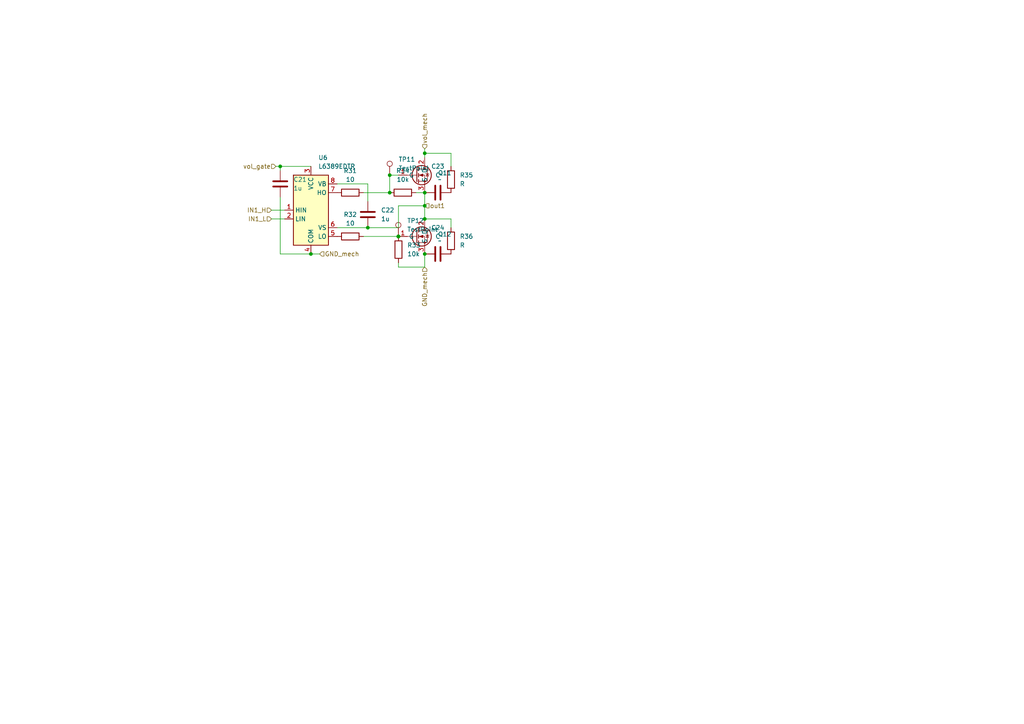
<source format=kicad_sch>
(kicad_sch (version 20250114) (generator "eeschema") (generator_version "9.0")
  (paper "A4")
  (lib_symbols
    (symbol "Connector:TestPoint" (pin_numbers (hide yes)) (pin_names (offset 0.762) (hide yes))
      (property "Reference" "TP" (at 0 6.858 0))
      (property "Value" "TestPoint" (at 0 5.08 0))
      (symbol "TestPoint_0_1"
        (circle (center 0 3.302) (radius 0.762))
      )
      (symbol "TestPoint_1_1"
        (pin passive line (at 0 0 90) (length 2.54) (name "1") (number "1"))
      )
    )
    (symbol "Device:C" (pin_numbers (hide yes)) (pin_names (offset 0.254))
      (property "Reference" "C" (at 0.635 2.54 0))
      (property "Value" "C" (at 0.635 -2.54 0))
      (symbol "C_0_1"
        (polyline (pts (xy -2.032 0.762) (xy 2.032 0.762)) (stroke (width 0.508)))
        (polyline (pts (xy -2.032 -0.762) (xy 2.032 -0.762)) (stroke (width 0.508)))
      )
      (symbol "C_1_1"
        (pin passive line (at 0 3.81 270) (length 2.794) (name "~") (number "1"))
        (pin passive line (at 0 -3.81 90) (length 2.794) (name "~") (number "2"))
      )
    )
    (symbol "Device:R" (pin_numbers (hide yes)) (pin_names (offset 0))
      (property "Reference" "R" (at 2.032 0 90))
      (property "Value" "R" (at 0 0 90))
      (symbol "R_0_1"
        (rectangle (start -1.016 -2.54) (end 1.016 2.54) (stroke (width 0.254)))
      )
      (symbol "R_1_1"
        (pin passive line (at 0 3.81 270) (length 1.27) (name "~") (number "1"))
        (pin passive line (at 0 -3.81 90) (length 1.27) (name "~") (number "2"))
      )
    )
    (symbol "jisaku:L6389EDTR"
      (property "Reference" "U" (at 1.27 13.335 0))
      (property "Value" "L6389EDTR" (at 1.27 11.43 0))
      (symbol "L6389EDTR_0_1"
        (rectangle (start -5.08 -10.16) (end 5.08 10.16) (stroke (width 0.254)) (fill (type background)))
      )
      (symbol "L6389EDTR_1_1"
        (pin input line (at -7.62 0 0) (length 2.54) (name "HIN") (number "1"))
        (pin input line (at -7.62 -2.54 0) (length 2.54) (name "LIN") (number "2"))
        (pin power_in line (at 0 12.7 270) (length 2.54) (name "VCC") (number "3"))
        (pin power_in line (at 0 -12.7 90) (length 2.54) (name "COM") (number "4"))
        (pin passive line (at 7.62 7.62 180) (length 2.54) (name "VB") (number "8"))
        (pin output line (at 7.62 5.08 180) (length 2.54) (name "HO") (number "7"))
        (pin passive line (at 7.62 -5.08 180) (length 2.54) (name "VS") (number "6"))
        (pin output line (at 7.62 -7.62 180) (length 2.54) (name "LO") (number "5"))
      )
    )
    (symbol "jisaku:RD3L07BBG"
      (property "Reference" "Q" (at 6.35 1.016 0))
      (symbol "RD3L07BBG_0_1"
        (polyline (pts (xy -1.016 1.905) (xy -1.016 -1.905)) (stroke (width 0.254)))
        (polyline (pts (xy -1.016 0) (xy -3.81 0)))
        (polyline (pts (xy -0.508 2.286) (xy -0.508 1.27)) (stroke (width 0.254)))
        (polyline (pts (xy -0.508 0.508) (xy -0.508 -0.508)) (stroke (width 0.254)))
        (polyline (pts (xy -0.508 -1.27) (xy -0.508 -2.286)) (stroke (width 0.254)))
        (polyline (pts (xy -0.508 -1.778) (xy 2.032 -1.778) (xy 2.032 1.778) (xy -0.508 1.778)))
        (polyline (pts (xy -0.254 0) (xy 0.762 0.381) (xy 0.762 -0.381) (xy -0.254 0)) (fill (type outline)))
        (circle (center 0.381 0) (radius 2.794) (stroke (width 0.254)))
        (polyline (pts (xy 1.27 2.54) (xy 1.27 1.778)))
        (circle (center 1.27 1.778) (radius 0.254) (fill (type outline)))
        (circle (center 1.27 -1.778) (radius 0.254) (fill (type outline)))
        (polyline (pts (xy 1.27 -2.54) (xy 1.27 0) (xy -0.508 0)))
        (polyline (pts (xy 1.524 0.508) (xy 1.651 0.381) (xy 2.413 0.381) (xy 2.54 0.254)))
        (polyline (pts (xy 2.032 0.381) (xy 1.651 -0.254) (xy 2.413 -0.254) (xy 2.032 0.381)))
      )
      (symbol "RD3L07BBG_1_1"
        (pin input line (at -6.35 0 0) (length 2.54) (name "G") (number "1"))
        (pin passive line (at 1.27 5.08 270) (length 2.54) (name "D") (number "2"))
        (pin passive line (at 1.27 -5.08 90) (length 2.54) (name "S") (number "3"))
      )
    )
  )
  (junction (at 113.03 55.88))
  (junction (at 123.19 73.66))
  (junction (at 123.19 55.88))
  (junction (at 123.19 63.5))
  (junction (at 115.57 68.58))
  (junction (at 123.19 44.45))
  (junction (at 81.28 48.26))
  (junction (at 90.17 73.66))
  (junction (at 113.03 50.8))
  (junction (at 106.68 66.04))
  (junction (at 123.19 59.69))
  (junction (at 115.5365 68.58))
  (wire (pts (xy 81.28 48.26) (xy 90.17 48.26)))
  (wire (pts (xy 115.57 76.2) (xy 115.57 77.47)))
  (wire (pts (xy 105.41 55.88) (xy 113.03 55.88)))
  (wire (pts (xy 81.28 48.26) (xy 81.28 49.53)))
  (wire (pts (xy 115.5365 68.58) (xy 115.57 68.58)))
  (wire (pts (xy 97.79 66.04) (xy 106.68 66.04)))
  (wire (pts (xy 120.65 55.88) (xy 123.19 55.88)))
  (wire (pts (xy 105.41 68.58) (xy 115.5365 68.58)))
  (wire (pts (xy 106.68 66.04) (xy 115.57 66.04)))
  (wire (pts (xy 106.68 53.34) (xy 106.68 58.42)))
  (wire (pts (xy 97.79 53.34) (xy 106.68 53.34)))
  (wire (pts (xy 80.01 48.26) (xy 81.28 48.26)))
  (wire (pts (xy 123.19 77.47) (xy 115.57 77.47)))
  (wire (pts (xy 92.71 73.66) (xy 90.17 73.66)))
  (wire (pts (xy 113.03 50.8) (xy 115.57 50.8)))
  (wire (pts (xy 130.81 48.26) (xy 130.81 44.45)))
  (wire (pts (xy 115.57 59.69) (xy 123.19 59.69)))
  (wire (pts (xy 123.19 43.18) (xy 123.19 44.45)))
  (wire (pts (xy 81.28 57.15) (xy 81.28 73.66)))
  (wire (pts (xy 123.19 73.66) (xy 123.19 77.47)))
  (wire (pts (xy 81.28 73.66) (xy 90.17 73.66)))
  (wire (pts (xy 130.81 63.5) (xy 123.19 63.5)))
  (wire (pts (xy 123.19 55.88) (xy 123.19 59.69)))
  (wire (pts (xy 130.81 44.45) (xy 123.19 44.45)))
  (wire (pts (xy 130.81 66.04) (xy 130.81 63.5)))
  (wire (pts (xy 113.03 50.8) (xy 113.03 55.88)))
  (wire (pts (xy 78.74 63.5) (xy 82.55 63.5)))
  (wire (pts (xy 123.19 44.45) (xy 123.19 45.72)))
  (wire (pts (xy 123.19 59.69) (xy 123.19 63.5)))
  (wire (pts (xy 78.74 60.96) (xy 82.55 60.96)))
  (wire (pts (xy 115.57 66.04) (xy 115.57 59.69)))
  (hierarchical_label "GND_mech" (shape input) (at 123.19 77.47 270))
  (hierarchical_label "GND_mech" (shape input) (at 92.71 73.66 0))
  (hierarchical_label "out1" (shape input) (at 123.19 59.69 0))
  (hierarchical_label "vol_mech" (shape input) (at 123.19 43.18 90))
  (hierarchical_label "vol_gate" (shape input) (at 80.01 48.26 180))
  (hierarchical_label "IN1_H" (shape input) (at 78.74 60.96 180))
  (hierarchical_label "IN1_L" (shape input) (at 78.74 63.5 180))
  (symbol (lib_id "Connector:TestPoint") (at 113.03 50.8 0) (unit 1)
    (property "Reference" "TP1" (at 115.57 46.2279 0) (effects (justify left)))
    (property "Value" "TestPoint" (at 115.57 48.7679 0) (effects (justify left)))
    (property "Footprint" "TestPoint:TestPoint_THTPad_D1.5mm_Drill0.7mm" (effects (hide yes)))
    (property "Description" "test point" (effects (hide yes)))
    (instances (project "ESC_v1" (path "" (reference "TP11") (unit 1)) (path "" (reference "TP5") (unit 1)) (path "" (reference "TP3") (unit 1)) (path "" (reference "TP6") (unit 1)) (path "" (reference "TP9") (unit 1)) (path "" (reference "TP1") (unit 1))))
  )
  (symbol (lib_id "Device:R") (at 101.6 68.58 90) (unit 1)
    (property "Reference" "R2" (at 101.6 62.23 90))
    (property "Value" "10" (at 101.6 64.77 90))
    (property "Footprint" "Resistor_SMD:R_0603_1608Metric_Pad0.98x0.95mm_HandSolder" (effects (hide yes)))
    (property "Description" "Resistor" (effects (hide yes)))
    (instances (project "ESC_v1" (path "" (reference "R32") (unit 1)) (path "" (reference "R14") (unit 1)) (path "" (reference "R8") (unit 1)) (path "" (reference "R16") (unit 1)) (path "" (reference "R26") (unit 1)) (path "" (reference "R2") (unit 1))))
  )
  (symbol (lib_id "Device:R") (at 130.81 69.85 0) (unit 1)
    (property "Reference" "R6" (at 133.35 68.5799 0) (effects (justify left)))
    (property "Value" "R" (at 133.35 71.1199 0) (effects (justify left)))
    (property "Footprint" "Resistor_SMD:R_0603_1608Metric_Pad0.98x0.95mm_HandSolder" (effects (hide yes)))
    (property "Description" "Resistor" (effects (hide yes)))
    (instances (project "ESC_v1" (path "" (reference "R36") (unit 1)) (path "" (reference "R22") (unit 1)) (path "" (reference "R12") (unit 1)) (path "" (reference "R24") (unit 1)) (path "" (reference "R30") (unit 1)) (path "" (reference "R6") (unit 1))))
  )
  (symbol (lib_id "Connector:TestPoint") (at 115.5365 68.58 0) (unit 1)
    (property "Reference" "TP2" (at 118.0765 64.0079 0) (effects (justify left)))
    (property "Value" "TestPoint" (at 118.0765 66.5479 0) (effects (justify left)))
    (property "Footprint" "TestPoint:TestPoint_THTPad_D1.5mm_Drill0.7mm" (effects (hide yes)))
    (property "Description" "test point" (effects (hide yes)))
    (instances (project "ESC_v1" (path "" (reference "TP12") (unit 1)) (path "" (reference "TP7") (unit 1)) (path "" (reference "TP4") (unit 1)) (path "" (reference "TP8") (unit 1)) (path "" (reference "TP10") (unit 1)) (path "" (reference "TP2") (unit 1))))
  )
  (symbol (lib_id "jisaku:RD3L07BBG") (at 121.92 50.8 0) (unit 1)
    (property "Reference" "Q1" (at 127 50.1649 0) (effects (justify left)))
    (property "Value" "~" (at 127 52.07 0) (effects (justify left)))
    (property "Footprint" "jisaku:RD3L07BBG" (effects (hide yes)))
    (instances (project "ESC_v1" (path "" (reference "Q11") (unit 1)) (path "" (reference "Q5") (unit 1)) (path "" (reference "Q3") (unit 1)) (path "" (reference "Q7") (unit 1)) (path "" (reference "Q9") (unit 1)) (path "" (reference "Q1") (unit 1))))
  )
  (symbol (lib_id "Device:R") (at 116.84 55.88 90) (unit 1)
    (property "Reference" "R4" (at 116.84 49.53 90))
    (property "Value" "10k" (at 116.84 52.07 90))
    (property "Footprint" "Resistor_SMD:R_0603_1608Metric_Pad0.98x0.95mm_HandSolder" (effects (hide yes)))
    (property "Description" "Resistor" (effects (hide yes)))
    (instances (project "ESC_v1" (path "" (reference "R34") (unit 1)) (path "" (reference "R19") (unit 1)) (path "" (reference "R10") (unit 1)) (path "" (reference "R20") (unit 1)) (path "" (reference "R28") (unit 1)) (path "" (reference "R4") (unit 1))))
  )
  (symbol (lib_id "Device:R") (at 130.81 52.07 0) (unit 1)
    (property "Reference" "R5" (at 133.35 50.7999 0) (effects (justify left)))
    (property "Value" "R" (at 133.35 53.3399 0) (effects (justify left)))
    (property "Footprint" "Resistor_SMD:R_0603_1608Metric_Pad0.98x0.95mm_HandSolder" (effects (hide yes)))
    (property "Description" "Resistor" (effects (hide yes)))
    (instances (project "ESC_v1" (path "" (reference "R35") (unit 1)) (path "" (reference "R21") (unit 1)) (path "" (reference "R11") (unit 1)) (path "" (reference "R23") (unit 1)) (path "" (reference "R29") (unit 1)) (path "" (reference "R5") (unit 1))))
  )
  (symbol (lib_id "jisaku:L6389EDTR") (at 90.17 60.96 0) (unit 1)
    (property "Reference" "U1" (at 92.3133 45.72 0) (effects (justify left)))
    (property "Value" "L6389EDTR" (at 92.3133 48.26 0) (effects (justify left)))
    (property "Footprint" "Package_SO:SOIC-8_3.9x4.9mm_P1.27mm" (effects (hide yes)))
    (property "Datasheet" "https://www.infineon.com/dgdl/irs2003pbf.pdf?fileId=5546d462533600a401535675afec2780" (effects (hide yes)))
    (property "Description" "Half-Bridge Driver, 200V, 290/600mA, PDIP-8/SOIC-8" (effects (hide yes)))
    (instances (project "ESC_v1" (path "" (reference "U6") (unit 1)) (path "" (reference "U3") (unit 1)) (path "" (reference "U2") (unit 1)) (path "" (reference "U5") (unit 1)) (path "" (reference "U4") (unit 1)) (path "" (reference "U1") (unit 1))))
  )
  (symbol (lib_id "Device:C") (at 81.28 53.34 0) (unit 1)
    (property "Reference" "C1" (at 85.09 52.0699 0) (effects (justify left)))
    (property "Value" "1u" (at 85.09 54.6099 0) (effects (justify left)))
    (property "Footprint" "Capacitor_SMD:C_0603_1608Metric" (effects (hide yes)))
    (property "Description" "Unpolarized capacitor" (effects (hide yes)))
    (instances (project "ESC_v1" (path "" (reference "C21") (unit 1)) (path "" (reference "C9") (unit 1)) (path "" (reference "C5") (unit 1)) (path "" (reference "C10") (unit 1)) (path "" (reference "C17") (unit 1)) (path "" (reference "C1") (unit 1))))
  )
  (symbol (lib_id "Device:C") (at 106.68 62.23 0) (unit 1)
    (property "Reference" "C2" (at 110.49 60.9599 0) (effects (justify left)))
    (property "Value" "1u" (at 110.49 63.4999 0) (effects (justify left)))
    (property "Footprint" "Capacitor_SMD:C_0603_1608Metric" (effects (hide yes)))
    (property "Description" "Unpolarized capacitor" (effects (hide yes)))
    (instances (project "ESC_v1" (path "" (reference "C22") (unit 1)) (path "" (reference "C11") (unit 1)) (path "" (reference "C6") (unit 1)) (path "" (reference "C12") (unit 1)) (path "" (reference "C18") (unit 1)) (path "" (reference "C2") (unit 1))))
  )
  (symbol (lib_id "Device:C") (at 127 55.88 90) (unit 1)
    (property "Reference" "C3" (at 127 48.26 90))
    (property "Value" "C" (at 127 50.8 90))
    (property "Footprint" "Capacitor_SMD:C_0603_1608Metric" (effects (hide yes)))
    (property "Description" "Unpolarized capacitor" (effects (hide yes)))
    (instances (project "ESC_v1" (path "" (reference "C23") (unit 1)) (path "" (reference "C13") (unit 1)) (path "" (reference "C7") (unit 1)) (path "" (reference "C15") (unit 1)) (path "" (reference "C19") (unit 1)) (path "" (reference "C3") (unit 1))))
  )
  (symbol (lib_id "jisaku:RD3L07BBG") (at 121.92 68.58 0) (unit 1)
    (property "Reference" "Q2" (at 127 67.9449 0) (effects (justify left)))
    (property "Value" "~" (at 127 69.85 0) (effects (justify left)))
    (property "Footprint" "jisaku:RD3L07BBG" (effects (hide yes)))
    (instances (project "ESC_v1" (path "" (reference "Q12") (unit 1)) (path "" (reference "Q6") (unit 1)) (path "" (reference "Q4") (unit 1)) (path "" (reference "Q8") (unit 1)) (path "" (reference "Q10") (unit 1)) (path "" (reference "Q2") (unit 1))))
  )
  (symbol (lib_id "Device:R") (at 101.6 55.88 90) (unit 1)
    (property "Reference" "R1" (at 101.6 49.53 90))
    (property "Value" "10" (at 101.6 52.07 90))
    (property "Footprint" "Resistor_SMD:R_0603_1608Metric_Pad0.98x0.95mm_HandSolder" (effects (hide yes)))
    (property "Description" "Resistor" (effects (hide yes)))
    (instances (project "ESC_v1" (path "" (reference "R31") (unit 1)) (path "" (reference "R13") (unit 1)) (path "" (reference "R7") (unit 1)) (path "" (reference "R15") (unit 1)) (path "" (reference "R25") (unit 1)) (path "" (reference "R1") (unit 1))))
  )
  (symbol (lib_id "Device:R") (at 115.57 72.39 180) (unit 1)
    (property "Reference" "R3" (at 118.11 71.1199 0) (effects (justify right)))
    (property "Value" "10k" (at 118.11 73.6599 0) (effects (justify right)))
    (property "Footprint" "Resistor_SMD:R_0603_1608Metric_Pad0.98x0.95mm_HandSolder" (effects (hide yes)))
    (property "Description" "Resistor" (effects (hide yes)))
    (instances (project "ESC_v1" (path "" (reference "R33") (unit 1)) (path "" (reference "R17") (unit 1)) (path "" (reference "R9") (unit 1)) (path "" (reference "R18") (unit 1)) (path "" (reference "R27") (unit 1)) (path "" (reference "R3") (unit 1))))
  )
  (symbol (lib_id "Device:C") (at 127 73.66 90) (unit 1)
    (property "Reference" "C4" (at 127 66.04 90))
    (property "Value" "C" (at 127 68.58 90))
    (property "Footprint" "Capacitor_SMD:C_0603_1608Metric" (effects (hide yes)))
    (property "Description" "Unpolarized capacitor" (effects (hide yes)))
    (instances (project "ESC_v1" (path "" (reference "C24") (unit 1)) (path "" (reference "C14") (unit 1)) (path "" (reference "C8") (unit 1)) (path "" (reference "C16") (unit 1)) (path "" (reference "C20") (unit 1)) (path "" (reference "C4") (unit 1))))
  )
)
</source>
